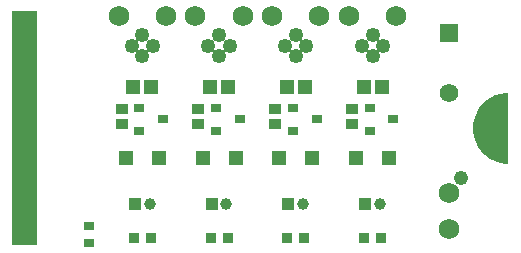
<source format=gts>
G04*
G04 #@! TF.GenerationSoftware,Altium Limited,Altium Designer,22.11.1 (43)*
G04*
G04 Layer_Color=8388736*
%FSLAX44Y44*%
%MOMM*%
G71*
G04*
G04 #@! TF.SameCoordinates,C7E27A77-0888-4956-AA08-943BE8D70555*
G04*
G04*
G04 #@! TF.FilePolarity,Negative*
G04*
G01*
G75*
%ADD16R,0.9000X0.8000*%
%ADD19R,0.9581X0.9121*%
%ADD20R,0.9000X0.6500*%
%ADD22C,1.7272*%
%ADD23R,1.2000X1.2000*%
%ADD24R,1.0532X0.9532*%
%ADD25R,1.1532X1.1532*%
%ADD26R,1.7032X0.5532*%
%ADD27C,1.7332*%
%ADD28C,1.2232*%
%ADD29C,1.5700*%
%ADD30R,1.5700X1.5700*%
%ADD31C,1.2532*%
%ADD32R,1.0000X1.0000*%
%ADD33C,1.0000*%
G36*
X-0Y249250D02*
X2Y50750D01*
X21000Y50750D01*
X21000Y249250D01*
X-0Y249250D01*
D02*
G37*
G36*
X420000Y120000D02*
X417639D01*
X412975Y120738D01*
X408484Y122197D01*
X404276Y124341D01*
X400456Y127117D01*
X397117Y130456D01*
X394341Y134276D01*
X392197Y138483D01*
X390738Y142975D01*
X390000Y147639D01*
Y152361D01*
X390738Y157025D01*
X392197Y161516D01*
X394341Y165723D01*
X397117Y169543D01*
X400456Y172882D01*
X404276Y175658D01*
X408484Y177802D01*
X412975Y179261D01*
X417639Y180000D01*
X420000D01*
D01*
Y120000D01*
D02*
G37*
D16*
X172500Y167000D02*
D03*
Y148000D02*
D03*
X192500Y157500D02*
D03*
X127500D02*
D03*
X107500Y148000D02*
D03*
Y167000D02*
D03*
X257500Y157500D02*
D03*
X237500Y148000D02*
D03*
Y167000D02*
D03*
X322500Y157500D02*
D03*
X302500Y148000D02*
D03*
Y167000D02*
D03*
D19*
X167730Y57500D02*
D03*
X182270D02*
D03*
X312270D02*
D03*
X297730D02*
D03*
X232730D02*
D03*
X247270D02*
D03*
X102730D02*
D03*
X117270D02*
D03*
D20*
X65000Y67250D02*
D03*
Y52750D02*
D03*
D22*
X155000Y245000D02*
D03*
X195000D02*
D03*
X325000D02*
D03*
X285000D02*
D03*
X260000D02*
D03*
X220000D02*
D03*
X130000D02*
D03*
X90000D02*
D03*
D23*
X161000Y125000D02*
D03*
X189000D02*
D03*
X124000D02*
D03*
X96000D02*
D03*
X254000D02*
D03*
X226000D02*
D03*
X319000D02*
D03*
X291000D02*
D03*
D24*
X157500Y153500D02*
D03*
Y166500D02*
D03*
X287500D02*
D03*
Y153500D02*
D03*
X222500D02*
D03*
Y166500D02*
D03*
X92500Y153500D02*
D03*
Y166500D02*
D03*
D25*
X182500Y185000D02*
D03*
X167500D02*
D03*
X297500D02*
D03*
X312500D02*
D03*
X247500D02*
D03*
X232500D02*
D03*
X117500D02*
D03*
X102500D02*
D03*
D26*
X12500Y242500D02*
D03*
Y237500D02*
D03*
Y232500D02*
D03*
Y227500D02*
D03*
Y222500D02*
D03*
Y217500D02*
D03*
Y212500D02*
D03*
Y207500D02*
D03*
Y202500D02*
D03*
Y197500D02*
D03*
Y192500D02*
D03*
Y187500D02*
D03*
Y182500D02*
D03*
Y177500D02*
D03*
Y172500D02*
D03*
Y167500D02*
D03*
Y162500D02*
D03*
Y157500D02*
D03*
Y152500D02*
D03*
Y147500D02*
D03*
Y142500D02*
D03*
Y137500D02*
D03*
Y112500D02*
D03*
Y107500D02*
D03*
Y102500D02*
D03*
Y97500D02*
D03*
Y92500D02*
D03*
Y87500D02*
D03*
Y82500D02*
D03*
Y77500D02*
D03*
Y72500D02*
D03*
Y67500D02*
D03*
Y62500D02*
D03*
Y57500D02*
D03*
D27*
X370000Y95000D02*
D03*
Y65000D02*
D03*
D28*
X379800Y107800D02*
D03*
D29*
X370000Y179600D02*
D03*
D30*
Y230400D02*
D03*
D31*
X175000Y211020D02*
D03*
X166020Y220000D02*
D03*
X183980D02*
D03*
X175000Y228980D02*
D03*
X240000Y211020D02*
D03*
X231020Y220000D02*
D03*
X248980D02*
D03*
X240000Y228980D02*
D03*
X305000Y211020D02*
D03*
X296020Y220000D02*
D03*
X313980D02*
D03*
X305000Y228980D02*
D03*
X110000Y211020D02*
D03*
X101020Y220000D02*
D03*
X118980D02*
D03*
X110000Y228980D02*
D03*
D32*
X298750Y85500D02*
D03*
X168750D02*
D03*
X233750D02*
D03*
X103750D02*
D03*
D33*
X311250D02*
D03*
X181250D02*
D03*
X246250D02*
D03*
X116250D02*
D03*
M02*

</source>
